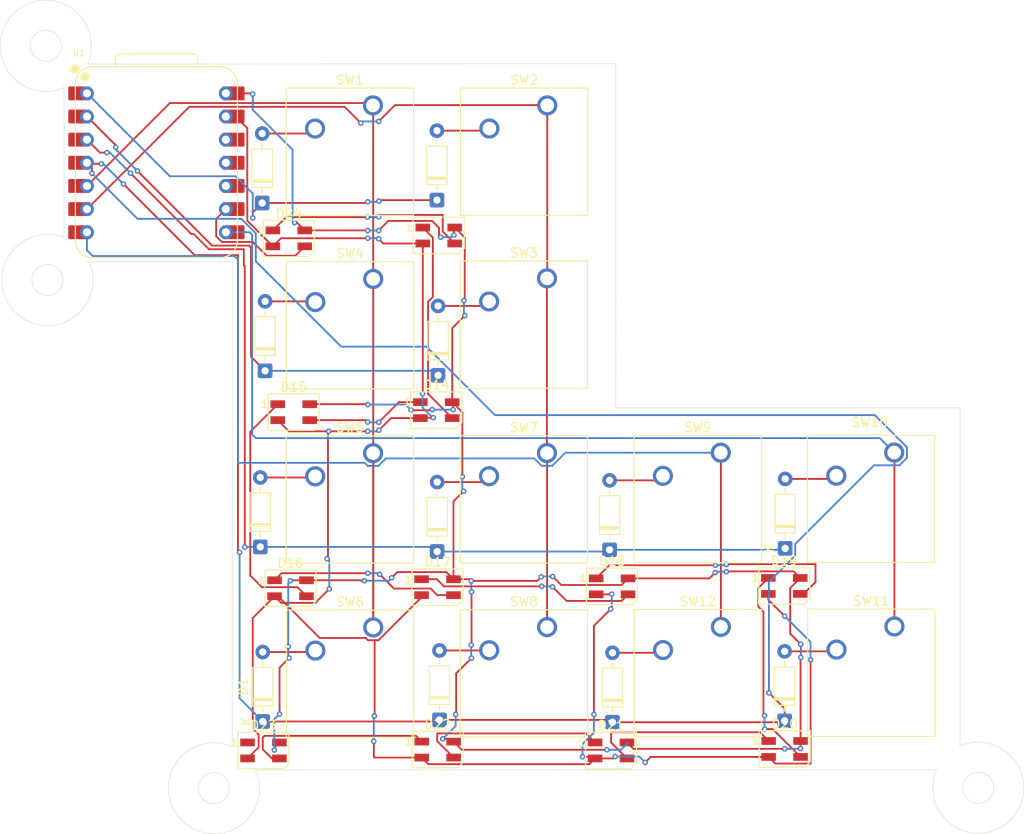
<source format=kicad_pcb>
(kicad_pcb (version 20241229) (generator "pcbnew") (generator_version "9.0")
  (layers (0 "F.Cu" signal) (2 "B.Cu" signal) (13 "F.Paste" user) (15 "B.Paste" user) (5 "F.SilkS" user "F.Silkscreen") (7 "B.SilkS" user "B.Silkscreen") (1 "F.Mask" user) (3 "B.Mask" user) (25 "Edge.Cuts" user))
  (net 0 "")
  (net 1 "Net-(D1-A)")
  (net 2 "row3")
  (net 3 "Net-(D2-A)")
  (net 4 "Net-(D3-A)")
  (net 5 "Net-(D4-A)")
  (net 6 "Net-(D5-A)")
  (net 7 "Net-(D6-A)")
  (net 8 "row2")
  (net 9 "Net-(D7-A)")
  (net 10 "Net-(D8-A)")
  (net 11 "row1")
  (net 12 "Net-(D9-A)")
  (net 13 "Net-(D10-A)")
  (net 14 "Net-(D11-A)")
  (net 15 "Net-(D12-A)")
  (net 16 "row4")
  (net 17 "+5V")
  (net 18 "Net-(D13-DOUT)")
  (net 19 "Net-(D13-DIN)")
  (net 20 "GND")
  (net 21 "Net-(D14-DOUT)")
  (net 22 "Net-(D15-DOUT)")
  (net 23 "Net-(D16-DOUT)")
  (net 24 "Net-(D17-DOUT)")
  (net 25 "Net-(D18-DOUT)")
  (net 26 "Net-(D19-DOUT)")
  (net 27 "Net-(D20-DOUT)")
  (net 28 "Net-(D21-DOUT)")
  (net 29 "Net-(D22-DOUT)")
  (net 31 "Net-(D24-DIN)")
  (net 32 "col1")
  (net 33 "col2")
  (net 34 "col3")
  (net 35 "col4")
  (footprint "Button_Switch_Keyboard:SW_Cherry_MX_1.00u_PCB" (layer "F.Cu") (at 142.385 91.4975)
    (property "Reference" "SW8")
    (property "Value" "SW_Push")
  )
  (footprint "LED_SMD:LED_SK6812MINI_PLCC4_3.5x3.5mm_P1.75mm" (layer "F.Cu") (at 149.402 105.028)
    (property "Reference" "D21")
    (property "Value" "SK6812MINI")
  )
  (footprint "Diode_THT:D_DO-35_SOD27_P7.62mm_Horizontal" (layer "F.Cu") (at 130.426 63.8815 90)
    (property "Reference" "D10" (hide yes))
    (property "Value" "1N4148")
  )
  (footprint "Button_Switch_Keyboard:SW_Cherry_MX_1.00u_PCB" (layer "F.Cu") (at 161.454 91.4725)
    (property "Reference" "SW12")
    (property "Value" "SW_Push")
  )
  (footprint "Button_Switch_Keyboard:SW_Cherry_MX_1.00u_PCB" (layer "F.Cu") (at 123.279 34.2605)
    (property "Reference" "SW1")
    (property "Value" "SW_Push")
  )
  (footprint "Button_Switch_Keyboard:SW_Cherry_MX_1.00u_PCB" (layer "F.Cu") (at 123.307 53.2975)
    (property "Reference" "SW4")
    (property "Value" "SW_Push")
  )
  (footprint "Diode_THT:D_DO-35_SOD27_P7.62mm_Horizontal" (layer "F.Cu") (at 111.448 63.3765 90)
    (property "Reference" "D7" (hide yes))
    (property "Value" "1N4148")
  )
  (footprint "Button_Switch_Keyboard:SW_Cherry_MX_1.00u_PCB" (layer "F.Cu") (at 180.467 72.3445)
    (property "Reference" "SW10")
    (property "Value" "SW_Push")
  )
  (footprint "Diode_THT:D_DO-35_SOD27_P7.62mm_Horizontal" (layer "F.Cu") (at 149.558 101.9315 90)
    (property "Reference" "D5" (hide yes))
    (property "Value" "1N4148")
  )
  (footprint "Button_Switch_Keyboard:SW_Cherry_MX_1.00u_PCB" (layer "F.Cu") (at 161.444 72.3625)
    (property "Reference" "SW9")
    (property "Value" "SW_Push")
  )
  (footprint "Diode_THT:D_DO-35_SOD27_P7.62mm_Horizontal" (layer "F.Cu") (at 168.509 82.8595 90)
    (property "Reference" "D11" (hide yes))
    (property "Value" "1N4148")
  )
  (footprint "Diode_THT:D_DO-35_SOD27_P7.62mm_Horizontal" (layer "F.Cu") (at 111.191 101.8515 90)
    (property "Reference" "D1")
    (property "Value" "1N4148")
  )
  (footprint "LED_SMD:LED_SK6812MINI_PLCC4_3.5x3.5mm_P1.75mm" (layer "F.Cu") (at 111.269 105.029)
    (property "Reference" "D23")
    (property "Value" "SK6812MINI")
  )
  (footprint "LED_SMD:LED_SK6812MINI_PLCC4_3.5x3.5mm_P1.75mm" (layer "F.Cu") (at 168.406 86.981)
    (property "Reference" "D19")
    (property "Value" "SK6812MINI")
  )
  (footprint "LED_SMD:LED_SK6812MINI_PLCC4_3.5x3.5mm_P1.75mm" (layer "F.Cu") (at 130.228 67.689)
    (property "Reference" "D14")
    (property "Value" "SK6812MINI")
  )
  (footprint "Diode_THT:D_DO-35_SOD27_P7.62mm_Horizontal" (layer "F.Cu") (at 149.243 83.0165 90)
    (property "Reference" "D6" (hide yes))
    (property "Value" "1N4148")
  )
  (footprint "Diode_THT:D_DO-35_SOD27_P7.62mm_Horizontal" (layer "F.Cu") (at 130.328 83.2055 90)
    (property "Reference" "D4" (hide yes))
    (property "Value" "1N4148")
  )
  (footprint "LED_SMD:LED_SK6812MINI_PLCC4_3.5x3.5mm_P1.75mm" (layer "F.Cu") (at 114.235 87.233)
    (property "Reference" "D16")
    (property "Value" "SK6812MINI")
  )
  (footprint "LED_SMD:LED_SK6812MINI_PLCC4_3.5x3.5mm_P1.75mm" (layer "F.Cu") (at 114.047 48.848)
    (property "Reference" "D24")
    (property "Value" "SK6812MINI")
  )
  (footprint "Diode_THT:D_DO-35_SOD27_P7.62mm_Horizontal" (layer "F.Cu") (at 130.58 101.6795 90)
    (property "Reference" "D3" (hide yes))
    (property "Value" "1N4148")
  )
  (footprint "Diode_THT:D_DO-35_SOD27_P7.62mm_Horizontal" (layer "F.Cu") (at 130.3 44.6505 90)
    (property "Reference" "D9" (hide yes))
    (property "Value" "1N4148")
  )
  (footprint "Button_Switch_Keyboard:SW_Cherry_MX_1.00u_PCB" (layer "F.Cu") (at 123.313 91.5335)
    (property "Reference" "SW6")
    (property "Value" "SW_Push")
  )
  (footprint "Diode_THT:D_DO-35_SOD27_P7.62mm_Horizontal" (layer "F.Cu") (at 111.133 44.9665 90)
    (property "Reference" "D8" (hide yes))
    (property "Value" "1N4148")
  )
  (footprint "Diode_THT:D_DO-35_SOD27_P7.62mm_Horizontal" (layer "F.Cu") (at 168.446 101.7745 90)
    (property "Reference" "D12" (hide yes))
    (property "Value" "1N4148")
  )
  (footprint "Button_Switch_Keyboard:SW_Cherry_MX_1.00u_PCB" (layer "F.Cu") (at 180.49 91.4265)
    (property "Reference" "SW11")
    (property "Value" "SW_Push")
  )
  (footprint "Button_Switch_Keyboard:SW_Cherry_MX_1.00u_PCB" (layer "F.Cu") (at 142.404 34.259)
    (property "Reference" "SW2")
    (property "Value" "SW_Push")
  )
  (footprint "lib2:XIAO-RP2040-DIP" (layer "F.Cu") (at 99.523 40.557)
    (property "Reference" "U1")
    (property "Value" "XIAO-RP2040-DIP")
  )
  (footprint "LED_SMD:LED_SK6812MINI_PLCC4_3.5x3.5mm_P1.75mm" (layer "F.Cu") (at 130.384 104.934)
    (property "Reference" "D22")
    (property "Value" "SK6812MINI")
  )
  (footprint "LED_SMD:LED_SK6812MINI_PLCC4_3.5x3.5mm_P1.75mm" (layer "F.Cu") (at 168.443 104.864)
    (property "Reference" "D20")
    (property "Value" "SK6812MINI")
  )
  (footprint "Button_Switch_Keyboard:SW_Cherry_MX_1.00u_PCB" (layer "F.Cu") (at 142.37 72.3985)
    (property "Reference" "SW7")
    (property "Value" "SW_Push")
  )
  (footprint "Diode_THT:D_DO-35_SOD27_P7.62mm_Horizontal" (layer "F.Cu") (at 110.919 82.7005 90)
    (property "Reference" "D2" (hide yes))
    (property "Value" "1N4148")
  )
  (footprint "LED_SMD:LED_SK6812MINI_PLCC4_3.5x3.5mm_P1.75mm" (layer "F.Cu") (at 130.364 87.116)
    (property "Reference" "D17")
    (property "Value" "SK6812MINI")
  )
  (footprint "LED_SMD:LED_SK6812MINI_PLCC4_3.5x3.5mm_P1.75mm" (layer "F.Cu") (at 114.588 67.915)
    (property "Reference" "D15")
    (property "Value" "SK6812MINI")
  )
  (footprint "LED_SMD:LED_SK6812MINI_PLCC4_3.5x3.5mm_P1.75mm" (layer "F.Cu") (at 130.499 48.533)
    (property "Reference" "D13" (hide yes))
    (property "Value" "SK6812MINI")
  )
  (footprint "Button_Switch_Keyboard:SW_Cherry_MX_1.00u_PCB" (layer "F.Cu") (at 142.377 53.2325)
    (property "Reference" "SW3")
    (property "Value" "SW_Push")
  )
  (footprint "LED_SMD:LED_SK6812MINI_PLCC4_3.5x3.5mm_P1.75mm" (layer "F.Cu") (at 149.52 87.026)
    (property "Reference" "D18")
    (property "Value" "SK6812MINI")
  )
  (footprint "Button_Switch_Keyboard:SW_Cherry_MX_1.00u_PCB" (layer "F.Cu") (at 123.297 72.4115)
    (property "Reference" "SW5")
    (property "Value" "SW_Push")
  )
  (gr_line (start 89.389 32.721) (end 89.390312 32.303003) (stroke (width 0.05)) (layer "Edge.Cuts"))
  (gr_line (start 187.688739 104.547115) (end 187.689 104.124) (stroke (width 0.05)) (layer "Edge.Cuts"))
  (gr_arc (start 110.41 107.168) (mid 102.309455 112.713218) (end 107.834765 104.599081) (stroke (width 0.05)) (layer "Edge.Cuts"))
  (gr_circle (center 105.837 109.177) (end 107.537 109.177) (stroke (width 0.05)) (fill no) (layer "Edge.Cuts"))
  (gr_line (start 149.929 67.44) (end 187.689 67.44) (stroke (width 0.05)) (layer "Edge.Cuts"))
  (gr_line (start 149.922 29.683) (end 149.929 67.44) (stroke (width 0.05)) (layer "Edge.Cuts"))
  (gr_line (start 110.410105 107.168242) (end 110.835 107.168) (stroke (width 0.05)) (layer "Edge.Cuts"))
  (gr_arc (start 89.390312 32.303003) (mid 83.851771 24.187162) (end 91.97292 29.717916) (stroke (width 0.05)) (layer "Edge.Cuts"))
  (gr_line (start 92.389 29.721) (end 149.922 29.683) (stroke (width 0.05)) (layer "Edge.Cuts"))
  (gr_line (start 187.689 104.124) (end 187.689 67.44) (stroke (width 0.05)) (layer "Edge.Cuts"))
  (gr_circle (center 87.567 53.416) (end 89.012 54.311) (stroke (width 0.05)) (fill no) (layer "Edge.Cuts"))
  (gr_line (start 107.835 104.167) (end 107.869 51.416) (stroke (width 0.05)) (layer "Edge.Cuts"))
  (gr_line (start 184.689 107.126) (end 110.835 107.168) (stroke (width 0.05)) (layer "Edge.Cuts"))
  (gr_line (start 92.568 51.416) (end 92.149462 51.416237) (stroke (width 0.05)) (layer "Edge.Cuts"))
  (gr_line (start 92.389 29.721) (end 91.97292 29.721275) (stroke (width 0.05)) (layer "Edge.Cuts"))
  (gr_circle (center 87.389 27.721) (end 88.901 28.499) (stroke (width 0.05)) (fill no) (layer "Edge.Cuts"))
  (gr_line (start 185.110001 107.126) (end 184.689 107.126) (stroke (width 0.05)) (layer "Edge.Cuts"))
  (gr_line (start 92.568 51.416) (end 107.869 51.416) (stroke (width 0.05)) (layer "Edge.Cuts"))
  (gr_circle (center 189.689 109.126) (end 190.856 110.362) (stroke (width 0.05)) (fill no) (layer "Edge.Cuts"))
  (gr_arc (start 187.688739 104.547114) (mid 193.222317 112.659116) (end 185.11 107.126) (stroke (width 0.05)) (layer "Edge.Cuts"))
  (gr_line (start 89.389 32.721) (end 89.388997 48.76) (stroke (width 0.05)) (layer "Edge.Cuts"))
  (gr_line (start 107.835 104.167) (end 107.834721 104.599063) (stroke (width 0.05)) (layer "Edge.Cuts"))
  (gr_arc (start 92.149462 51.416235) (mid 84.100275 57.018754) (end 89.389 48.76) (stroke (width 0.05)) (layer "Edge.Cuts"))
  (segment (start 116.805 94.2315) (end 116.963 94.0735) (width 0.2) (layer "F.Cu") (net 1))
  (segment (start 111.191 94.2315) (end 116.805 94.2315) (width 0.2) (layer "F.Cu") (net 1))
  (segment (start 105.289 50.042) (end 103.623 48.376) (width 0.2) (layer "F.Cu") (net 2))
  (segment (start 109.112 50.042) (end 105.289 50.042) (width 0.2) (layer "F.Cu") (net 2))
  (segment (start 109.218 51.915058) (end 109.112 51.809058) (width 0.2) (layer "F.Cu") (net 2))
  (segment (start 103.623 48.376) (end 103.35744 48.376) (width 0.2) (layer "F.Cu") (net 2))
  (segment (start 103.35744 48.376) (end 96.686878 41.705438) (width 0.2) (layer "F.Cu") (net 2))
  (segment (start 93.328 39.442) (end 91.903 38.017) (width 0.2) (layer "F.Cu") (net 2))
  (segment (start 94.087 39.442) (end 93.328 39.442) (width 0.2) (layer "F.Cu") (net 2))
  (segment (start 109.218 82.728) (end 109.218 51.915058) (width 0.2) (layer "F.Cu") (net 2))
  (segment (start 109.112 51.809058) (end 109.112 50.042) (width 0.2) (layer "F.Cu") (net 2))
  (via (at 109.218 82.728) (size 0.6) (drill 0.3) (layers "F.Cu" "B.Cu") (net 2))
  (via (at 96.686878 41.705438) (size 0.6) (drill 0.3) (layers "F.Cu" "B.Cu") (net 2))
  (via (at 94.087 39.442) (size 0.6) (drill 0.3) (layers "F.Cu" "B.Cu") (net 2))
  (segment (start 129.823 82.7005) (end 130.328 83.2055) (width 0.2) (layer "B.Cu") (net 2))
  (segment (start 109.2455 82.7005) (end 109.218 82.728) (width 0.2) (layer "B.Cu") (net 2))
  (segment (start 130.328 83.2055) (end 149.054 83.2055) (width 0.2) (layer "B.Cu") (net 2))
  (segment (start 96.686878 41.705438) (end 94.42344 39.442) (width 0.2) (layer "B.Cu") (net 2))
  (segment (start 110.919 82.7005) (end 129.823 82.7005) (width 0.2) (layer "B.Cu") (net 2))
  (segment (start 94.42344 39.442) (end 94.087 39.442) (width 0.2) (layer "B.Cu") (net 2))
  (segment (start 149.243 83.0165) (end 168.352 83.0165) (width 0.2) (layer "B.Cu") (net 2))
  (segment (start 149.054 83.2055) (end 149.243 83.0165) (width 0.2) (layer "B.Cu") (net 2))
  (segment (start 110.919 82.7005) (end 109.2455 82.7005) (width 0.2) (layer "B.Cu") (net 2))
  (segment (start 168.352 83.0165) (end 168.509 82.8595) (width 0.2) (layer "B.Cu") (net 2))
  (segment (start 110.919 75.0805) (end 116.818 75.0805) (width 0.2) (layer "F.Cu") (net 3))
  (segment (start 116.818 75.0805) (end 116.947 74.9515) (width 0.2) (layer "F.Cu") (net 3))
  (segment (start 136.013 94.0595) (end 136.035 94.0375) (width 0.2) (layer "F.Cu") (net 4))
  (segment (start 130.58 94.0595) (end 136.013 94.0595) (width 0.2) (layer "F.Cu") (net 4))
  (segment (start 135.373 75.5855) (end 136.02 74.9385) (width 0.2) (layer "F.Cu") (net 5))
  (segment (start 130.328 75.5855) (end 135.373 75.5855) (width 0.2) (layer "F.Cu") (net 5))
  (segment (start 154.805 94.3115) (end 155.104 94.0125) (width 0.2) (layer "F.Cu") (net 6))
  (segment (start 149.558 94.3115) (end 154.805 94.3115) (width 0.2) (layer "F.Cu") (net 6))
  (segment (start 149.243 75.3965) (end 154.6 75.3965) (width 0.2) (layer "F.Cu") (net 7))
  (segment (start 154.6 75.3965) (end 155.094 74.9025) (width 0.2) (layer "F.Cu") (net 7))
  (segment (start 95.058 38.632) (end 91.903 35.477) (width 0.2) (layer "F.Cu") (net 8))
  (segment (start 105.632 49.641) (end 109.69 49.641) (width 0.2) (layer "F.Cu") (net 8))
  (segment (start 109.898 61.8265) (end 111.448 63.3765) (width 0.2) (layer "F.Cu") (net 8))
  (segment (start 95.058 38.842) (end 95.058 38.632) (width 0.2) (layer "F.Cu") (net 8))
  (segment (start 109.898 49.849) (end 109.898 61.8265) (width 0.2) (layer "F.Cu") (net 8))
  (segment (start 97.447 41.456) (end 105.632 49.641) (width 0.2) (layer "F.Cu") (net 8))
  (segment (start 109.69 49.641) (end 109.898 49.849) (width 0.2) (layer "F.Cu") (net 8))
  (via (at 97.447 41.456) (size 0.6) (drill 0.3) (layers "F.Cu" "B.Cu") (net 8))
  (via (at 95.058 38.842) (size 0.6) (drill 0.3) (layers "F.Cu" "B.Cu") (net 8))
  (segment (start 95.058 39.067) (end 97.447 41.456) (width 0.2) (layer "B.Cu") (net 8))
  (segment (start 95.058 38.842) (end 95.058 39.067) (width 0.2) (layer "B.Cu") (net 8))
  (segment (start 129.921 63.3765) (end 130.426 63.8815) (width 0.2) (layer "B.Cu") (net 8))
  (segment (start 111.448 63.3765) (end 129.921 63.3765) (width 0.2) (layer "B.Cu") (net 8))
  (segment (start 111.448 55.7565) (end 116.876 55.7565) (width 0.2) (layer "F.Cu") (net 9))
  (segment (start 116.876 55.7565) (end 116.957 55.8375) (width 0.2) (layer "F.Cu") (net 9))
  (segment (start 116.383 37.3465) (end 116.929 36.8005) (width 0.2) (layer "F.Cu") (net 10))
  (segment (start 111.133 37.3465) (end 116.383 37.3465) (width 0.2) (layer "F.Cu") (net 10))
  (segment (start 123.925 44.755) (end 124.0295 44.6505) (width 0.2) (layer "F.Cu") (net 11))
  (segment (start 122.5795 44.9665) (end 122.707 44.839) (width 0.2) (layer "F.Cu") (net 11))
  (segment (start 110.095 46.613) (end 110.095 46.0045) (width 0.2) (layer "F.Cu") (net 11))
  (segment (start 111.133 44.9665) (end 122.5795 44.9665) (width 0.2) (layer "F.Cu") (net 11))
  (segment (start 124.0295 44.6505) (end 130.3 44.6505) (width 0.2) (layer "F.Cu") (net 11))
  (segment (start 110.095 46.0045) (end 111.133 44.9665) (width 0.2) (layer "F.Cu") (net 11))
  (via (at 123.925 44.755) (size 0.6) (drill 0.3) (layers "F.Cu" "B.Cu") (net 11))
  (via (at 122.707 44.839) (size 0.6) (drill 0.3) (layers "F.Cu" "B.Cu") (net 11))
  (via (at 110.095 46.613) (size 0.6) (drill 0.3) (layers "F.Cu" "B.Cu") (net 11))
  (segment (start 110.095 43.9285) (end 110.095 46.613) (width 0.2) (layer "B.Cu") (net 11))
  (segment (start 101 42.034) (end 108.2005 42.034) (width 0.2) (layer "B.Cu") (net 11))
  (segment (start 123.841 44.839) (end 123.925 44.755) (width 0.2) (layer "B.Cu") (net 11))
  (segment (start 108.2005 42.034) (end 110.095 43.9285) (width 0.2) (layer "B.Cu") (net 11))
  (segment (start 122.707 44.839) (end 123.841 44.839) (width 0.2) (layer "B.Cu") (net 11))
  (segment (start 101 42.034) (end 91.903 32.937) (width 0.2) (layer "B.Cu") (net 11))
  (segment (start 130.3 37.0305) (end 135.5475 37.0305) (width 0.2) (layer "F.Cu") (net 12))
  (segment (start 130.426 56.2615) (end 135.538 56.2615) (width 0.2) (layer "F.Cu") (net 13))
  (segment (start 135.538 56.2615) (end 136.027 55.7725) (width 0.2) (layer "F.Cu") (net 13))
  (segment (start 168.509 75.2395) (end 173.762 75.2395) (width 0.2) (layer "F.Cu") (net 14))
  (segment (start 173.762 75.2395) (end 174.117 74.8845) (width 0.2) (layer "F.Cu") (net 14))
  (segment (start 173.952 94.1545) (end 174.14 93.9665) (width 0.2) (layer "F.Cu") (net 15))
  (segment (start 168.446 94.1545) (end 173.952 94.1545) (width 0.2) (layer "F.Cu") (net 15))
  (segment (start 92.015735 40.669735) (end 91.903 40.557) (width 0.2) (layer "F.Cu") (net 16))
  (segment (start 92.446735 41.704735) (end 92.446735 41.100735) (width 0.2) (layer "F.Cu") (net 16))
  (segment (start 108.470124 83.11148) (end 108.470124 50.681124) (width 0.2) (layer "F.Cu") (net 16))
  (segment (start 108.470124 50.681124) (end 103.703124 50.681124) (width 0.2) (layer "F.Cu") (net 16))
  (segment (start 93.481735 40.669735) (end 92.015735 40.669735) (width 0.2) (layer "F.Cu") (net 16))
  (segment (start 130.408 101.8515) (end 130.58 101.6795) (width 0.2) (layer "F.Cu") (net 16))
  (segment (start 168.446 101.7745) (end 168.446 100.435) (width 0.2) (layer "F.Cu") (net 16))
  (segment (start 168.289 101.9315) (end 168.446 101.7745) (width 0.2) (layer "F.Cu") (net 16))
  (segment (start 130.58 101.6795) (end 149.306 101.6795) (width 0.2) (layer "F.Cu") (net 16))
  (segment (start 168.446 100.435) (end 166.721 98.71) (width 0.2) (layer "F.Cu") (net 16))
  (segment (start 149.558 101.9315) (end 168.289 101.9315) (width 0.2) (layer "F.Cu") (net 16))
  (segment (start 103.703124 50.681124) (end 95.912 42.89) (width 0.2) (layer "F.Cu") (net 16))
  (segment (start 108.649562 83.290918) (end 108.470124 83.11148) (width 0.2) (layer "F.Cu") (net 16))
  (segment (start 92.446735 41.100735) (end 91.903 40.557) (width 0.2) (layer "F.Cu") (net 16))
  (segment (start 149.306 101.6795) (end 149.558 101.9315) (width 0.2) (layer "F.Cu") (net 16))
  (segment (start 111.191 101.8515) (end 130.408 101.8515) (width 0.2) (layer "F.Cu") (net 16))
  (via (at 166.721 98.71) (size 0.6) (drill 0.3) (layers "F.Cu" "B.Cu") (net 16))
  (via (at 93.481735 40.669735) (size 0.6) (drill 0.3) (layers "F.Cu" "B.Cu") (net 16))
  (via (at 92.446735 41.704735) (size 0.6) (drill 0.3) (layers "F.Cu" "B.Cu") (net 16))
  (via (at 95.912 42.89) (size 0.6) (drill 0.3) (layers "F.Cu" "B.Cu") (net 16))
  (via (at 108.649562 83.290918) (size 0.6) (drill 0.3) (layers "F.Cu" "B.Cu") (net 16))
  (segment (start 97.442 46.7) (end 92.446735 41.704735) (width 0.2) (layer "B.Cu") (net 16))
  (segment (start 178.343812 68.239998) (end 136.670658 68.239998) (width 0.2) (layer "B.Cu") (net 16))
  (segment (start 181.047314 73.7455) (end 181.868 72.924814) (width 0.2) (layer "B.Cu") (net 16))
  (segment (start 136.670658 68.239998) (end 129.15916 60.7285) (width 0.2) (layer "B.Cu") (net 16))
  (segment (start 166.721 98.71) (end 166.721 86.53366) (width 0.2) (layer "B.Cu") (net 16))
  (segment (start 108.8431 46.7) (end 97.442 46.7) (width 0.2) (layer "B.Cu") (net 16))
  (segment (start 178.245314 73.7455) (end 181.047314 73.7455) (width 0.2) (layer "B.Cu") (net 16))
  (segment (start 169.61 83.64466) (end 169.61 82.380814) (width 0.2) (layer "B.Cu") (net 16))
  (segment (start 181.868 71.764186) (end 178.343812 68.239998) (width 0.2) (layer "B.Cu") (net 16))
  (segment (start 169.61 82.380814) (end 178.245314 73.7455) (width 0.2) (layer "B.Cu") (net 16))
  (segment (start 93.691735 40.669735) (end 93.481735 40.669735) (width 0.2) (layer "B.Cu") (net 16))
  (segment (start 110.427 51.362316) (end 110.427 48.2839) (width 0.2) (layer "B.Cu") (net 16))
  (segment (start 129.15916 60.7285) (end 119.793184 60.7285) (width 0.2) (layer "B.Cu") (net 16))
  (segment (start 166.721 86.53366) (end 169.61 83.64466) (width 0.2) (layer "B.Cu") (net 16))
  (segment (start 181.868 72.924814) (end 181.868 71.764186) (width 0.2) (layer "B.Cu") (net 16))
  (segment (start 95.912 42.89) (end 93.691735 40.669735) (width 0.2) (layer "B.Cu") (net 16))
  (segment (start 111.191 101.8515) (end 108.649562 99.310062) (width 0.2) (layer "B.Cu") (net 16))
  (segment (start 108.649562 99.310062) (end 108.649562 83.290918) (width 0.2) (layer "B.Cu") (net 16))
  (segment (start 119.793184 60.7285) (end 110.427 51.362316) (width 0.2) (layer "B.Cu") (net 16))
  (segment (start 110.427 48.2839) (end 108.8431 46.7) (width 0.2) (layer "B.Cu") (net 16))
  (segment (start 113.034 95.935) (end 113.034 101.07) (width 0.2) (layer "F.Cu") (net 17))
  (segment (start 160.188398 86.151) (end 151.27 86.151) (width 0.2) (layer "F.Cu") (net 17))
  (segment (start 133.35 48.759) (end 133.35 55.5725) (width 0.2) (layer "F.Cu") (net 17))
  (segment (start 110.079 33.021) (end 109.995 32.937) (width 0.2) (layer "F.Cu") (net 17))
  (segment (start 151.850673 104.851673) (end 167.734751 104.851673) (width 0.2) (layer "F.Cu") (net 17))
  (segment (start 134.093 94.89) (end 132.41 96.573) (width 0.2) (layer "F.Cu") (net 17))
  (segment (start 151.27 86.151) (end 150.544 86.877) (width 0.2) (layer "F.Cu") (net 17))
  (segment (start 129.553944 67.631) (end 129.794 67.631) (width 0.2) (layer "F.Cu") (net 17))
  (segment (start 150.544 86.877) (end 143.935 86.877) (width 0.2) (layer "F.Cu") (net 17))
  (segment (start 133.35 55.5725) (end 133.261 55.6615) (width 0.2) (layer "F.Cu") (net 17))
  (segment (start 133.361 57.313) (end 131.978 58.696) (width 0.2) (layer "F.Cu") (net 17))
  (segment (start 170.208 93.377) (end 169.055 92.224) (width 0.2) (layer "F.Cu") (net 17))
  (segment (start 132.134 104.059) (end 133.031 104.956) (width 0.2) (layer "F.Cu") (net 17))
  (segment (start 170.156 86.106) (end 169.43 85.38) (width 0.2) (layer "F.Cu") (net 17))
  (segment (start 133.221 76.59) (end 132.114 77.697) (width 0.2) (layer "F.Cu") (net 17))
  (segment (start 141.741 85.985) (end 141.301 86.425) (width 0.2) (layer "F.Cu") (net 17))
  (segment (start 170.182 104.813998) (end 170.182 104) (width 0.2) (layer "F.Cu") (net 17))
  (segment (start 132.08 66.916) (end 131.978 66.814) (width 0.2) (layer "F.Cu") (net 17))
  (segment (start 122.008 86.406) (end 121.96 86.358) (width 0.2) (layer "F.Cu") (net 17))
  (segment (start 132.114 86.241) (end 131.337 85.464) (width 0.2) (layer "F.Cu") (net 17))
  (segment (start 123.907 47.99) (end 124.965 46.932) (width 0.2) (layer "F.Cu") (net 17))
  (segment (start 151.152 104.153) (end 151.850673 104.851673) (width 0.2) (layer "F.Cu") (net 17))
  (segment (start 114.943 47.119) (end 115.797 47.973) (width 0.2) (layer "F.Cu") (net 17))
  (segment (start 132.41 101.0795) (end 132.353 101.0795) (width 0.2) (layer "F.Cu") (net 17))
  (segment (start 132.08 67.638998) (end 132.08 66.916) (width 0.2) (layer "F.Cu") (net 17))
  (segment (start 115.797 47.973) (end 122.69 47.973) (width 0.2) (layer "F.Cu") (net 17))
  (segment (start 130.935528 103.762) (end 131.837 103.762) (width 0.2) (layer "F.Cu") (net 17))
  (segment (start 113.034 101.042) (end 113.031 101.039) (width 0.2) (layer "F.Cu") (net 17))
  (segment (start 124.965 46.932) (end 129.769 46.932) (width 0.2) (layer "F.Cu") (net 17))
  (segment (start 115.985 86.358) (end 114.264 86.358) (width 0.2) (layer "F.Cu") (net 17))
  (segment (start 109.995 32.937) (end 107.143 32.937) (width 0.2) (layer "F.Cu") (net 17))
  (segment (start 170.193 103.989) (end 170.193 94.854) (width 0.2) (layer "F.Cu") (net 17))
  (segment (start 114.687 47.119) (end 114.943 47.119) (width 0.2) (layer "F.Cu") (net 17))
  (segment (start 131.978 58.696) (end 131.978 66.814) (width 0.2) (layer "F.Cu") (net 17))
  (segment (start 130.532 48.539529) (end 130.712908 48.720437) (width 0.2) (layer "F.Cu") (net 17))
  (segment (start 114.264 86.358) (end 114.22 86.402) (width 0.2) (layer "F.Cu") (net 17))
  (segment (start 134.093 93.4295) (end 134.063 93.4595) (width 0.2) (layer "F.Cu") (net 17))
  (segment (start 129.769 46.932) (end 130.532 47.695) (width 0.2) (layer "F.Cu") (net 17))
  (segment (start 127.460054 67.689001) (end 127.472053 67.701) (width 0.2) (layer "F.Cu") (net 17))
  (segment (start 132.249 47.658) (end 133.35 48.759) (width 0.2) (layer "F.Cu") (net 17))
  (segment (start 169.055 92.224) (end 169.055 87.207) (width 0.2) (layer "F.Cu") (net 17))
  (segment (start 131.837 103.762) (end 132.134 104.059) (width 0.2) (layer "F.Cu") (net 17))
  (segment (start 127.472053 67.701) (end 129.483944 67.701) (width 0.2) (layer "F.Cu") (net 17))
  (segment (start 112.463 104.978998) (end 112.463 104.71) (width 0.2) (layer "F.Cu") (net 17))
  (segment (start 130.532 47.695) (end 130.532 48.539529) (width 0.2) (layer "F.Cu") (net 17))
  (segment (start 167.734751 104.851673) (end 168.455327 104.851673) (width 0.2) (layer "F.Cu") (net 17))
  (segment (start 116.338 67.04) (end 122.673 67.04) (width 0.2) (layer "F.Cu") (net 17))
  (segment (start 131.337 85.464) (end 125.955 85.464) (width 0.2) (layer "F.Cu") (net 17))
  (segment (start 170.193 94.854) (end 170.228 94.819) (width 0.2) (layer "F.Cu") (net 17))
  (segment (start 162.098 85.38) (end 162.054 85.424) (width 0.2) (layer "F.Cu") (net 17))
  (segment (start 170.182 104) (end 170.193 103.989) (width 0.2) (layer "F.Cu") (net 17))
  (segment (start 129.483944 67.701) (end 129.495945 67.688999) (width 0.2) (layer "F.Cu") (net 17))
  (segment (start 133.031 104.956) (end 148.952 104.956) (width 0.2) (layer "F.Cu") (net 17))
  (segment (start 143.935 86.877) (end 143.003 85.945) (width 0.2) (layer "F.Cu") (net 17))
  (segment (start 122.69 47.973) (end 122.707 47.99) (width 0.2) (layer "F.Cu") (net 17))
  (segment (start 121.96 86.358) (end 115.985 86.358) (width 0.2) (layer "F.Cu") (net 17))
  (segment (start 133.879 86.241) (end 134.063 86.425) (width 0.2) (layer "F.Cu") (net 17))
  (segment (start 132.114 77.697) (end 132.114 86.241) (width 0.2) (layer "F.Cu") (net 17))
  (segment (start 133.086 67.922) (end 133.086 74.9855) (width 0.2) (layer "F.Cu") (net 17))
  (segment (start 131.978 66.814) (end 133.086 67.922) (width 0.2) (layer "F.Cu") (net 17))
  (segment (start 122.329 86.406) (end 122.008 86.406) (width 0.2) (layer "F.Cu") (net 17))
  (segment (start 132.41 96.573) (end 132.41 101.0795) (width 0.2) (layer "F.Cu") (net 17))
  (segment (start 113.034 101.07) (end 113.034 101.042) (width 0.2) (layer "F.Cu") (net 17))
  (segment (start 129.495945 67.688999) (end 129.553944 67.631) (width 0.2) (layer "F.Cu") (net 17))
  (segment (start 132.114 86.241) (end 133.879 86.241) (width 0.2) (layer "F.Cu") (net 17))
  (segment (start 168.455327 104.851673) (end 168.456235 104.850765) (width 0.2) (layer "F.Cu") (net 17))
  (segment (start 141.301 86.425) (end 134.063 86.425) (width 0.2) (layer "F.Cu") (net 17))
  (segment (start 114.076 94.893) (end 113.034 95.935) (width 0.2) (layer "F.Cu") (net 17))
  (segment (start 169.055 87.207) (end 170.156 86.106) (width 0.2) (layer "F.Cu") (net 17))
  (segment (start 132.166264 48.476734) (end 132.166264 47.740736) (width 0.2) (layer "F.Cu") (net 17))
  (segment (start 134.093 87.625) (end 134.093 93.4295) (width 0.2) (layer "F.Cu") (net 17))
  (segment (start 112.463 104.71) (end 113.019 104.154) (width 0.2) (layer "F.Cu") (net 17))
  (segment (start 114.106 93.5115) (end 113.986 93.6315) (width 0.2) (layer "F.Cu") (net 17))
  (segment (start 160.827824 85.511574) (end 160.188398 86.151) (width 0.2) (layer "F.Cu") (net 17))
  (segment (start 169.43 85.38) (end 162.098 85.38) (width 0.2) (layer "F.Cu") (net 17))
  (segment (start 125.955 85.464) (end 125.334 86.085) (width 0.2) (layer "F.Cu") (net 17))
  (segment (start 122.673 67.04) (end 122.713 67.08) (width 0.2) (layer "F.Cu") (net 17))
  (via (at 127.460054 67.689001) (size 0.6) (drill 0.3) (layers "F.Cu" "B.Cu") (net 17))
  (via (at 125.334 86.085) (size 0.6) (drill 0.3) (layers "F.Cu" "B.Cu") (net 17))
  (via (at 170.208 93.377) (size 0.6) (drill 0.3) (layers "F.Cu" "B.Cu") (net 17))
  (via (at 110.079 33.021) (size 0.6) (drill 0.3) (layers "F.Cu" "B.Cu") (net 17))
  (via (at 134.063 86.425) (size 0.6) (drill 0.3) (layers "F.Cu" "B.Cu") (net 17))
  (via (at 114.22 86.402) (size 0.6) (drill 0.3) (layers "F.Cu" "B.Cu") (net 17))
  (via (at 114.687 47.119) (size 0.6) (drill 0.3) (layers "F.Cu" "B.Cu") (net 17))
  (via (at 114.076 94.893) (size 0.6) (drill 0.3) (layers "F.Cu" "B.Cu") (net 17))
  (via (at 134.093 94.89) (size 0.6) (drill 0.3) (layers "F.Cu" "B.Cu") (net 17))
  (via (at 113.986 93.6315) (size 0.6) (drill 0.3) (layers "F.Cu" "B.Cu") (net 17))
  (via (at 170.182 104.813998) (size 0.6) (drill 0.3) (layers "F.Cu" "B.Cu") (net 17))
  (via (at 134.063 93.4595) (size 0.6) (drill 0.3) (layers "F.Cu" "B.Cu") (net 17))
  (via (at 130.935528 103.762) (size 0.6) (drill 0.3) (layers "F.Cu" "B.Cu") (net 17))
  (via (at 134.093 87.625) (size 0.6) (drill 0.3) (layers "F.Cu" "B.Cu") (net 17))
  (via (at 132.08 67.638998) (size 0.6) (drill 0.3) (layers "F.Cu" "B.Cu") (net 17))
  (via (at 168.456235 104.850765) (size 0.6) (drill 0.3) (layers "F.Cu" "B.Cu") (net 17))
  (via (at 123.907 47.99) (size 0.6) (drill 0.3) (layers "F.Cu" "B.Cu") (net 17))
  (via (at 170.228 94.819) (size 0.6) (drill 0.3) (layers "F.Cu" "B.Cu") (net 17))
  (via (at 133.086 74.9855) (size 0.6) (drill 0.3) (layers "F.Cu" "B.Cu") (net 17))
  (via (at 129.794 67.631) (size 0.6) (drill 0.3) (layers "F.Cu" "B.Cu") (net 17))
  (via (at 132.166264 48.476734) (size 0.6) (drill 0.3) (layers "F.Cu" "B.Cu") (net 17))
  (via (at 141.741 85.985) (size 0.6) (drill 0.3) (layers "F.Cu" "B.Cu") (net 17))
  (via (at 148.952 104.956) (size 0.6) (drill 0.3) (layers "F.Cu" "B.Cu") (net 17))
  (via (at 122.707 47.99) (size 0.6) (drill 0.3) (layers "F.Cu" "B.Cu") (net 17))
  (via (at 133.361 57.313) (size 0.6) (drill 0.3) (layers "F.Cu" "B.Cu") (net 17))
  (via (at 133.221 76.59) (size 0.6) (drill 0.3) (layers "F.Cu" "B.Cu") (net 17))
  (via (at 122.329 86.406) (size 0.6) (drill 0.3) (layers "F.Cu" "B.Cu") (net 17))
  (via (at 132.353 101.0795) (size 0.6) (drill 0.3) (layers "F.Cu" "B.Cu") (net 17))
  (via (at 160.827824 85.511574) (size 0.6) (drill 0.3) (layers "F.Cu" "B.Cu") (net 17))
  (via (at 130.712908 48.720437) (size 0.6) (drill 0.3) (layers "F.Cu" "B.Cu") (net 17))
  (via (at 122.713 67.08) (size 0.6) (drill 0.3) (layers "F.Cu" "B.Cu") (net 17))
  (via (at 162.054 85.424) (size 0.6) (drill 0.3) (layers "F.Cu" "B.Cu") (net 17))
  (via (at 112.463 104.978998) (size 0.6) (drill 0.3) (layers "F.Cu" "B.Cu") (net 17))
  (via (at 133.261 55.6615) (size 0.6) (drill 0.3) (layers "F.Cu" "B.Cu") (net 17))
  (via (at 113.031 101.039) (size 0.6) (drill 0.3) (layers "F.Cu" "B.Cu") (net 17))
  (via (at 143.003 85.945) (size 0.6) (drill 0.3) (layers "F.Cu" "B.Cu") (net 17))
  (segment (start 114.458 46.89) (end 114.687 47.119) (width 0.2) (layer "B.Cu") (net 17))
  (segment (start 134.063 87.595) (end 134.093 87.625) (width 0.2) (layer "B.Cu") (net 17))
  (segment (start 148.952 104.956) (end 150.498 104.956) (width 0.2) (layer "B.Cu") (net 17))
  (segment (start 131.922561 48.720437) (end 132.166264 48.476734) (width 0.2) (layer "B.Cu") (net 17))
  (segment (start 114.458 39.11445) (end 110.101 34.75745) (width 0.2) (layer "B.Cu") (net 17))
  (segment (start 125.013 86.406) (end 122.329 86.406) (width 0.2) (layer "B.Cu") (net 17))
  (segment (start 132.353 101.0795) (end 132.353 102.344528) (width 0.2) (layer "B.Cu") (net 17))
  (segment (start 113.986 94.803) (end 114.076 94.893) (width 0.2) (layer "B.Cu") (net 17))
  (segment (start 170.228 94.819) (end 170.228 93.397) (width 0.2) (layer "B.Cu") (net 17))
  (segment (start 170.228 93.397) (end 170.208 93.377) (width 0.2) (layer "B.Cu") (net 17))
  (segment (start 125.334 86.085) (end 125.013 86.406) (width 0.2) (layer "B.Cu") (net 17))
  (segment (start 126.851054 67.08) (end 127.460054 67.689001) (width 0.2) (layer "B.Cu") (net 17))
  (segment (start 151.199 104.255) (end 151.199 104.223) (width 0.2) (layer "B.Cu") (net 17))
  (segment (start 134.063 86.425) (end 134.063 87.595) (width 0.2) (layer "B.Cu") (net 17))
  (segment (start 122.713 67.08) (end 126.851054 67.08) (width 0.2) (layer "B.Cu") (net 17))
  (segment (start 143.003 85.945) (end 141.781 85.945) (width 0.2) (layer "B.Cu") (net 17))
  (segment (start 114.22 86.402) (end 113.986 86.636) (width 0.2) (layer "B.Cu") (net 17))
  (segment (start 110.101 33.043) (end 110.079 33.021) (width 0.2) (layer "B.Cu") (net 17))
  (segment (start 122.707 47.99) (end 123.907 47.99) (width 0.2) (layer "B.Cu") (net 17))
  (segment (start 113.986 86.636) (end 113.986 93.6315) (width 0.2) (layer "B.Cu") (net 17))
  (segment (start 160.915398 85.424) (end 160.827824 85.511574) (width 0.2) (layer "B.Cu") (net 17))
  (segment (start 133.086 74.9855) (end 133.086 76.455) (width 0.2) (layer "B.Cu") (net 17))
  (segment (start 132.353 102.344528) (end 130.935528 103.762) (width 0.2) (layer "B.Cu") (net 17))
  (segment (start 150.498 104.956) (end 151.199 104.255) (width 0.2) (layer "B.Cu") (net 17))
  (segment (start 114.458 46.681) (end 114.458 46.89) (width 0.2) (layer "B.Cu") (net 17))
  (segment (start 114.458 39.11445) (end 114.458 46.681) (width 0.2) (layer "B.Cu") (net 17))
  (segment (start 162.054 85.424) (end 160.915398 85.424) (width 0.2) (layer "B.Cu") (net 17))
  (segment (start 129.794 67.631) (end 129.801998 67.638998) (width 0.2) (layer "B.Cu") (net 17))
  (segment (start 133.261 57.213) (end 133.361 57.313) (width 0.2) (layer "B.Cu") (net 17))
  (segment (start 113.986 93.6315) (end 113.986 94.803) (width 0.2) (layer "B.Cu") (net 17))
  (segment (start 168.456235 104.850765) (end 170.145233 104.850765) (width 0.2) (layer "B.Cu") (net 17))
  (segment (start 133.261 55.6615) (end 133.261 57.213) (width 0.2) (layer "B.Cu") (net 17))
  (segment (start 170.145233 104.850765) (end 170.182 104.813998) (width 0.2) (layer "B.Cu") (net 17))
  (segment (start 130.712908 48.720437) (end 131.922561 48.720437) (width 0.2) (layer "B.Cu") (net 17))
  (segment (start 134.063 93.4595) (end 134.063 94.86) (width 0.2) (layer "B.Cu") (net 17))
  (segment (start 141.781 85.945) (end 141.741 85.985) (width 0.2) (layer "B.Cu") (net 17))
  (segment (start 112.463 101.607) (end 112.463 104.978998) (width 0.2) (layer "B.Cu") (net 17))
  (segment (start 113.031 101.039) (end 112.463 101.607) (width 0.2) (layer "B.Cu") (net 17))
  (segment (start 134.063 94.86) (end 134.093 94.89) (width 0.2) (layer "B.Cu") (net 17))
  (segment (start 110.101 34.75745) (end 110.101 33.043) (width 0.2) (layer "B.Cu") (net 17))
  (segment (start 129.801998 67.638998) (end 132.08 67.638998) (width 0.2) (layer "B.Cu") (net 17))
  (segment (start 133.086 76.455) (end 133.221 76.59) (width 0.2) (layer "B.Cu") (net 17))
  (segment (start 129.325 55.80545) (end 129.325 65.911) (width 0.2) (layer "F.Cu") (net 18))
  (segment (start 128.749 47.658) (end 129.85 48.759) (width 0.2) (layer "F.Cu") (net 18))
  (segment (start 129.325 65.911) (end 131.978 68.564) (width 0.2) (layer "F.Cu") (net 18))
  (segment (start 129.85 48.759) (end 129.85 55.28045) (width 0.2) (layer "F.Cu") (net 18))
  (segment (start 129.85 55.28045) (end 129.325 55.80545) (width 0.2) (layer "F.Cu") (net 18))
  (segment (start 124.118 46.278) (end 130.933 46.278) (width 0.2) (layer "F.Cu") (net 19))
  (segment (start 112.297 47.973) (end 113.751 46.519) (width 0.2) (layer "F.Cu") (net 19))
  (segment (start 123.907 46.489) (end 124.118 46.278) (width 0.2) (layer "F.Cu") (net 19))
  (segment (start 113.751 46.519) (end 122.669 46.519) (width 0.2) (layer "F.Cu") (net 19))
  (segment (start 130.933 46.278) (end 130.933 48.092) (width 0.2) (layer "F.Cu") (net 19))
  (segment (start 130.933 48.092) (end 132.249 49.408) (width 0.2) (layer "F.Cu") (net 19))
  (via (at 122.669 46.519) (size 0.6) (drill 0.3) (layers "F.Cu" "B.Cu") (net 19))
  (via (at 123.907 46.489) (size 0.6) (drill 0.3) (layers "F.Cu" "B.Cu") (net 19))
  (segment (start 122.669 46.519) (end 123.877 46.519) (width 0.2) (layer "B.Cu") (net 19))
  (segment (start 123.877 46.519) (end 123.907 46.489) (width 0.2) (layer "B.Cu") (net 19))
  (segment (start 110.74 104.683) (end 110.74 103.28666) (width 0.2) (layer "F.Cu") (net 20))
  (segment (start 114.063 70.015) (end 118.431 70.015) (width 0.2) (layer "F.Cu") (net 20))
  (segment (start 153.748064 105.739) (end 166.693 105.739) (width 0.2) (layer "F.Cu") (net 20))
  (segment (start 125.261 68.564) (end 128.478 68.564) (width 0.2) (layer "F.Cu") (net 20))
  (segment (start 117.435907 92.683907) (end 122.482093 92.683907) (width 0.2) (layer "F.Cu") (net 20))
  (segment (start 128.614 88.213814) (end 128.614 87.991) (width 0.2) (layer "F.Cu") (net 20))
  (segment (start 113.211 88.834) (end 116.96 88.834) (width 0.2) (layer "F.Cu") (net 20))
  (segment (start 116.96 88.834) (end 118.491 87.303) (width 0.2) (layer "F.Cu") (net 20))
  (segment (start 146.271 105.719) (end 147.468 105.719) (width 0.2) (layer "F.Cu") (net 20))
  (segment (start 147.468 105.719) (end 147.652 105.903) (width 0.2) (layer "F.Cu") (net 20))
  (segment (start 122.482093 92.683907) (end 122.732686 92.9345) (width 0.2) (layer "F.Cu") (net 20))
  (segment (start 109.495 36.75137) (end 108.22063 35.477) (width 0.2) (layer "F.Cu") (net 20))
  (segment (start 147.77 87.901) (end 149.46 87.901) (width 0.2) (layer "F.Cu") (net 20))
  (segment (start 123.907 48.895) (end 124.42 49.408) (width 0.2) (layer "F.Cu") (net 20))
  (segment (start 108.22063 35.477) (end 107.143 35.477) (width 0.2) (layer "F.Cu") (net 20))
  (segment (start 112.297 49.723) (end 113.186 48.834) (width 0.2) (layer "F.Cu") (net 20))
  (segment (start 166.656 88.498) (end 166.656 87.856) (width 0.2) (layer "F.Cu") (net 20))
  (segment (start 124.42 49.408) (end 128.749 49.408) (width 0.2) (layer "F.Cu") (net 20))
  (segment (start 122.732686 92.9345) (end 123.466 92.9345) (width 0.2) (layer "F.Cu") (net 20))
  (segment (start 129.36 106.535) (end 147.02 106.535) (width 0.2) (layer "F.Cu") (net 20))
  (segment (start 166.693 105.739) (end 167.419 106.465) (width 0.2) (layer "F.Cu") (net 20))
  (segment (start 112.485 88.108) (end 112.86 88.108) (width 0.2) (layer "F.Cu") (net 20))
  (segment (start 167.419 106.465) (end 171.294 106.465) (width 0.2) (layer "F.Cu") (net 20))
  (segment (start 123.466 92.9345) (end 123.893314 92.9345) (width 0.2) (layer "F.Cu") (net 20))
  (segment (start 123.466 101.2215) (end 123.466 92.9345) (width 0.2) (layer "F.Cu") (net 20))
  (segment (start 112.838 68.79) (end 114.063 70.015) (width 0.2) (layer "F.Cu") (net 20))
  (segment (start 123.375 105.723) (end 123.375 104.028) (width 0.2) (layer "F.Cu") (net 20))
  (segment (start 128.634 105.809) (end 123.461 105.809) (width 0.2) (layer "F.Cu") (net 20))
  (segment (start 112.297 49.723) (end 109.495 46.921) (width 0.2) (layer "F.Cu") (net 20))
  (segment (start 118.25 83.998) (end 118.348 83.9) (width 0.2) (layer "F.Cu") (net 20))
  (segment (start 118.348 70.098) (end 118.431 70.015) (width 0.2) (layer "F.Cu") (net 20))
  (segment (start 109.495 46.921) (end 109.495 36.75137) (width 0.2) (layer "F.Cu") (net 20))
  (segment (start 123.893314 92.9345) (end 128.614 88.213814) (width 0.2) (layer "F.Cu") (net 20))
  (segment (start 147.652 105.903) (end 149.646998 105.903) (width 0.2) (layer "F.Cu") (net 20))
  (segment (start 128.749 49.408) (end 128.749 65.864998) (width 0.2) (layer "F.Cu") (net 20))
  (segment (start 123.461 105.809) (end 123.406 105.754) (width 0.2) (layer "F.Cu") (net 20))
  (segment (start 149.362 89.518) (end 147.523 91.357) (width 0.2) (layer "F.Cu") (net 20))
  (segment (start 128.521 68.521) (end 128.478 68.564) (width 0.2) (layer "F.Cu") (net 20))
  (segment (start 147.523 91.357) (end 147.523 101.0795) (width 0.2) (layer "F.Cu") (net 20))
  (segment (start 168.455 90.297) (end 166.656 88.498) (width 0.2) (layer "F.Cu") (net 20))
  (segment (start 147.02 106.535) (end 147.652 105.903) (width 0.2) (layer "F.Cu") (net 20))
  (segment (start 153.142895 106.344169) (end 153.748064 105.739) (width 0.2) (layer "F.Cu") (net 20))
  (segment (start 128.634 105.809) (end 129.36 106.535) (width 0.2) (layer "F.Cu") (net 20))
  (segment (start 149.46 87.901) (end 149.482 87.879) (width 0.2) (layer "F.Cu") (net 20))
  (segment (start 129.902 68.521) (end 128.521 68.521) (width 0.2) (layer "F.Cu") (net 20))
  (segment (start 110.09 102.63666) (end 110.09 90.503) (width 0.2) (layer "F.Cu") (net 20))
  (segment (start 112.485 88.108) (end 113.211 88.834) (width 0.2) (layer "F.Cu") (net 20))
  (segment (start 112.86 88.108) (end 117.435907 92.683907) (width 0.2) (layer "F.Cu") (net 20))
  (segment (start 171.294 95.082) (end 171.287 95.075) (width 0.2) (layer "F.Cu") (net 20))
  (segment (start 118.348 83.9) (end 118.348 70.098) (width 0.2) (layer "F.Cu") (net 20))
  (segment (start 128.749 65.864998) (end 128.725 65.888998) (width 0.2) (layer "F.Cu") (net 20))
  (segment (start 109.519 105.904) (end 110.74 104.683) (width 0.2) (layer "F.Cu") (net 20))
  (segment (start 123.93 69.895) (end 125.261 68.564) (width 0.2) (layer "F.Cu") (net 20))
  (segment (start 110.09 90.503) (end 112.485 88.108) (width 0.2) (layer "F.Cu") (net 20))
  (segment (start 113.186 48.834) (end 122.707 48.834) (width 0.2) (layer "F.Cu") (net 20))
  (segment (start 123.406 105.754) (end 123.375 105.723) (width 0.2) (layer "F.Cu") (net 20))
  (segment (start 171.294 106.465) (end 171.294 95.082) (width 0.2) (layer "F.Cu") (net 20))
  (segment (start 123.436 101.2515) (end 123.466 101.2215) (width 0.2) (layer "F.Cu") (net 20))
  (segment (start 149.646998 105.903) (end 149.851998 105.698) (width 0.2) (layer "F.Cu") (net 20))
  (segment (start 118.431 70.015) (end 122.698 70.015) (width 0.2) (layer "F.Cu") (net 20))
  (segment (start 110.74 103.28666) (end 110.09 102.63666) (width 0.2) (layer "F.Cu") (net 20))
  (via (at 168.455 90.297) (size 0.6) (drill 0.3) (layers "F.Cu" "B.Cu") (net 20))
  (via (at 129.902 68.521) (size 0.6) (drill 0.3) (layers "F.Cu" "B.Cu") (net 20))
  (via (at 153.142895 106.344169) (size 0.6) (drill 0.3) (layers "F.Cu" "B.Cu") (net 20))
  (via (at 123.436 101.2515) (size 0.6) (drill 0.3) (layers "F.Cu" "B.Cu") (net 20))
  (via (at 118.25 83.998) (size 0.6) (drill 0.3) (layers "F.Cu" "B.Cu") (net 20))
  (via (at 147.523 101.0795) (size 0.6) (drill 0.3) (layers "F.Cu" "B.Cu") (net 20))
  (via (at 146.271 105.719) (size 0.6) (drill 0.3) (layers "F.Cu" "B.Cu") (net 20))
  (via (at 118.431 70.015) (size 0.6) (drill 0.3) (layers "F.Cu" "B.Cu") (net 20))
  (via (at 128.725 65.888998) (size 0.6) (drill 0.3) (layers "F.Cu" "B.Cu") (net 20))
  (via (at 122.707 48.834) (size 0.6) (drill 0.3) (layers "F.Cu" "B.Cu") (net 20))
  (via (at 171.287 95.075) (size 0.6) (drill 0.3) (layers "F.Cu" "B.Cu") (net 20))
  (via (at 123.93 69.895) (size 0.6) (drill 0.3) (layers "F.Cu" "B.Cu") (net 20))
  (via (at 149.362 89.518) (size 0.6) (drill 0.3) (layers "F.Cu" "B.Cu") (net 20))
  (via (at 122.698 70.015) (size 0.6) (drill 0.3) (layers "F.Cu" "B.Cu") (net 20))
  (via (at 149.482 87.879) (size 0.6) (drill 0.3) (layers "F.Cu" "B.Cu") (net 20))
  (via (at 149.851998 105.698) (size 0.6) (drill 0.3) (layers "F.Cu" "B.Cu") (net 20))
  (via (at 123.375 104.028) (size 0.6) (drill 0.3) (layers "F.Cu" "B.Cu") (net 20))
  (via (at 123.907 48.895) (size 0.6) (drill 0.3) (layers "F.Cu" "B.Cu") (net 20))
  (via (at 118.491 87.303) (size 0.6) (drill 0.3) (layers "F.Cu" "B.Cu") (net 20))
  (segment (start 149.482 89.398) (end 149.362 89.518) (width 0.2) (layer "B.Cu") (net 20))
  (segment (start 122.698 70.015) (end 123.81 70.015) (width 0.2) (layer "B.Cu") (net 20))
  (segment (start 149.851998 105.698) (end 152.496726 105.698) (width 0.2) (layer "B.Cu") (net 20))
  (segment (start 123.81 70.015) (end 123.93 69.895) (width 0.2) (layer "B.Cu") (net 20))
  (segment (start 118.491 84.239) (end 118.25 83.998) (width 0.2) (layer "B.Cu") (net 20))
  (segment (start 147.523 103.082) (end 147.337 103.268) (width 0.2) (layer "B.Cu") (net 20))
  (segment (start 128.725 65.888998) (end 128.725 67.411943) (width 0.2) (layer "B.Cu") (net 20))
  (segment (start 152.496726 105.698) (end 153.142895 106.344169) (width 0.2) (layer "B.Cu") (net 20))
  (segment (start 122.707 48.834) (end 123.846 48.834) (width 0.2) (layer "B.Cu") (net 20))
  (segment (start 123.375 104.028) (end 123.375 101.3125) (width 0.2) (layer "B.Cu") (net 20))
  (segment (start 171.287 95.075) (end 171.287 93.129) (width 0.2) (layer "B.Cu") (net 20))
  (segment (start 123.375 101.3125) (end 123.436 101.2515) (width 0.2) (layer "B.Cu") (net 20))
  (segment (start 128.725 67.411943) (end 129.834057 68.521) (width 0.2) (layer "B.Cu") (net 20))
  (segment (start 129.834057 68.521) (end 129.902 68.521) (width 0.2) (layer "B.Cu") (net 20))
  (segment (start 171.287 93.129) (end 168.455 90.297) (width 0.2) (layer "B.Cu") (net 20))
  (segment (start 149.482 87.879) (end 149.482 89.398) (width 0.2) (layer "B.Cu") (net 20))
  (segment (start 146.271 104.334) (end 146.271 105.719) (width 0.2) (layer "B.Cu") (net 20))
  (segment (start 123.846 48.834) (end 123.907 48.895) (width 0.2) (layer "B.Cu") (net 20))
  (segment (start 147.523 101.0795) (end 147.523 103.082) (width 0.2) (layer "B.Cu") (net 20))
  (segment (start 147.337 103.268) (end 146.271 104.334) (width 0.2) (layer "B.Cu") (net 20))
  (segment (start 118.491 87.303) (end 118.491 84.239) (width 0.2) (layer "B.Cu") (net 20))
  (segment (start 122.699 68.996) (end 122.493 68.79) (width 0.2) (layer "F.Cu") (net 21))
  (segment (start 128.478 66.814) (end 126.125 66.814) (width 0.2) (layer "F.Cu") (net 21))
  (segment (start 126.125 66.814) (end 123.913 69.026) (width 0.2) (layer "F.Cu") (net 21))
  (segment (start 122.493 68.79) (end 116.338 68.79) (width 0.2) (layer "F.Cu") (net 21))
  (via (at 122.699 68.996) (size 0.6) (drill 0.3) (layers "F.Cu" "B.Cu") (net 21))
  (via (at 123.913 69.026) (size 0.6) (drill 0.3) (layers "F.Cu" "B.Cu") (net 21))
  (segment (start 123.913 69.026) (end 122.729 69.026) (width 0.2) (layer "B.Cu") (net 21))
  (segment (start 122.729 69.026) (end 122.699 68.996) (width 0.2) (layer "B.Cu") (net 21))
  (segment (start 112.838 67.04) (end 109.818 70.06) (width 0.2) (layer "F.Cu") (net 22))
  (segment (start 111.1 87.116) (end 114.993 87.116) (width 0.2) (layer "F.Cu") (net 22))
  (segment (start 114.993 87.116) (end 115.985 88.108) (width 0.2) (layer "F.Cu") (net 22))
  (segment (start 109.818 70.06) (end 109.818 85.834) (width 0.2) (layer "F.Cu") (net 22))
  (segment (start 109.818 85.834) (end 111.1 87.116) (width 0.2) (layer "F.Cu") (net 22))
  (segment (start 129.61 87.265) (end 130.336 87.991) (width 0.2) (layer "F.Cu") (net 23))
  (segment (start 124.022 85.703) (end 125.584 87.265) (width 0.2) (layer "F.Cu") (net 23))
  (segment (start 113.26 85.583) (end 122.713 85.583) (width 0.2) (layer "F.Cu") (net 23))
  (segment (start 112.485 86.358) (end 113.26 85.583) (width 0.2) (layer "F.Cu") (net 23))
  (segment (start 130.336 87.991) (end 132.114 87.991) (width 0.2) (layer "F.Cu") (net 23))
  (segment (start 125.584 87.265) (end 129.61 87.265) (width 0.2) (layer "F.Cu") (net 23))
  (via (at 124.022 85.703) (size 0.6) (drill 0.3) (layers "F.Cu" "B.Cu") (net 23))
  (via (at 122.713 85.583) (size 0.6) (drill 0.3) (layers "F.Cu" "B.Cu") (net 23))
  (segment (start 122.713 85.583) (end 123.902 85.583) (width 0.2) (layer "B.Cu") (net 23))
  (segment (start 123.902 85.583) (end 124.022 85.703) (width 0.2) (layer "B.Cu") (net 23))
  (segment (start 144.527 88.627) (end 142.985 87.085) (width 0.2) (layer "F.Cu") (net 24))
  (segment (start 131.071 87.025) (end 141.785 87.025) (width 0.2) (layer "F.Cu") (net 24))
  (segment (start 151.27 87.901) (end 150.544 88.627) (width 0.2) (layer "F.Cu") (net 24))
  (segment (start 150.544 88.627) (end 144.527 88.627) (width 0.2) (layer "F.Cu") (net 24))
  (segment (start 128.614 86.241) (end 130.287 86.241) (width 0.2) (layer "F.Cu") (net 24))
  (segment (start 130.287 86.241) (end 131.071 87.025) (width 0.2) (layer "F.Cu") (net 24))
  (via (at 142.985 87.085) (size 0.6) (drill 0.3) (layers "F.Cu" "B.Cu") (net 24))
  (via (at 141.785 87.025) (size 0.6) (drill 0.3) (layers "F.Cu" "B.Cu") (net 24))
  (segment (start 141.785 87.025) (end 142.925 87.025) (width 0.2) (layer "B.Cu") (net 24))
  (segment (start 142.925 87.025) (end 142.985 87.085) (width 0.2) (layer "B.Cu") (net 24))
  (segment (start 147.77 86.151) (end 149.209 84.712) (width 0.2) (layer "F.Cu") (net 25))
  (segment (start 171.83 86.557) (end 170.531 87.856) (width 0.2) (layer "F.Cu") (net 25))
  (segment (start 162.054 84.621) (end 162.084 84.591) (width 0.2) (layer "F.Cu") (net 25))
  (segment (start 170.531 87.856) (end 170.156 87.856) (width 0.2) (layer "F.Cu") (net 25))
  (segment (start 162.084 84.591) (end 171.83 84.591) (width 0.2) (layer "F.Cu") (net 25))
  (segment (start 149.209 84.712) (end 160.854 84.712) (width 0.2) (layer "F.Cu") (net 25))
  (segment (start 171.83 84.591) (end 171.83 86.557) (width 0.2) (layer "F.Cu") (net 25))
  (via (at 160.854 84.712) (size 0.6) (drill 0.3) (layers "F.Cu" "B.Cu") (net 25))
  (via (at 162.054 84.621) (size 0.6) (drill 0.3) (layers "F.Cu" "B.Cu") (net 25))
  (segment (start 160.854 84.712) (end 161.963 84.712) (width 0.2) (layer "B.Cu") (net 25))
  (segment (start 161.963 84.712) (end 162.054 84.621) (width 0.2) (layer "B.Cu") (net 25))
  (segment (start 166.121 101.089) (end 166.241 101.209) (width 0.2) (layer "F.Cu") (net 26))
  (segment (start 167.135 102.681) (end 170.193 105.739) (width 0.2) (layer "F.Cu") (net 26))
  (segment (start 166.121 89.82) (end 166.121 100.578) (width 0.2) (layer "F.Cu") (net 26))
  (segment (start 166.656 86.106) (end 165.555 87.207) (width 0.2) (layer "F.Cu") (net 26))
  (segment (start 166.271 102.681) (end 167.135 102.681) (width 0.2) (layer "F.Cu") (net 26))
  (segment (start 165.555 87.207) (end 165.555 89.254) (width 0.2) (layer "F.Cu") (net 26))
  (segment (start 165.555 89.254) (end 165.79 89.489) (width 0.2) (layer "F.Cu") (net 26))
  (segment (start 166.121 100.578) (end 166.121 101.089) (width 0.2) (layer "F.Cu") (net 26))
  (segment (start 165.79 89.489) (end 166.121 89.82) (width 0.2) (layer "F.Cu") (net 26))
  (via (at 166.241 101.209) (size 0.6) (drill 0.3) (layers "F.Cu" "B.Cu") (net 26))
  (via (at 166.271 102.681) (size 0.6) (drill 0.3) (layers "F.Cu" "B.Cu") (net 26))
  (segment (start 166.241 101.209) (end 166.241 102.651) (width 0.2) (layer "B.Cu") (net 26))
  (segment (start 166.241 102.651) (end 166.271 102.681) (width 0.2) (layer "B.Cu") (net 26))
  (segment (start 166.693 103.989) (end 165.7365 103.0325) (width 0.2) (layer "F.Cu") (net 27))
  (segment (start 149.413 103.0325) (end 149.413 104.164) (width 0.2) (layer "F.Cu") (net 27))
  (segment (start 165.7365 103.0325) (end 149.413 103.0325) (width 0.2) (layer "F.Cu") (net 27))
  (segment (start 149.413 104.164) (end 151.152 105.903) (width 0.2) (layer "F.Cu") (net 27))
  (segment (start 130.332 103.162) (end 130.332 104.007) (width 0.2) (layer "F.Cu") (net 28))
  (segment (start 146.661 103.162) (end 130.332 103.162) (width 0.2) (layer "F.Cu") (net 28))
  (segment (start 147.652 104.153) (end 146.661 103.162) (width 0.2) (layer "F.Cu") (net 28))
  (segment (start 130.332 104.007) (end 132.134 105.809) (width 0.2) (layer "F.Cu") (net 28))
  (segment (start 111.191 103.613) (end 111.191 104.905) (width 0.2) (layer "F.Cu") (net 29))
  (segment (start 128.634 104.059) (end 128.003 103.428) (width 0.2) (layer "F.Cu") (net 29))
  (segment (start 128.003 103.428) (end 111.376 103.428) (width 0.2) (layer "F.Cu") (net 29))
  (segment (start 112.19 105.904) (end 113.019 105.904) (width 0.2) (layer "F.Cu") (net 29))
  (segment (start 111.376 103.428) (end 111.191 103.613) (width 0.2) (layer "F.Cu") (net 29))
  (segment (start 111.191 104.905) (end 112.19 105.904) (width 0.2) (layer "F.Cu") (net 29))
  (segment (start 114.767 50.753) (end 111.613 50.753) (width 0.2) (layer "F.Cu") (net 31))
  (segment (start 106.70269 49.24) (end 106.08 48.61731) (width 0.2) (layer "F.Cu") (net 31))
  (segment (start 106.08 48.61731) (end 106.08 46.7) (width 0.2) (layer "F.Cu") (net 31))
  (segment (start 110.1 49.24) (end 106.70269 49.24) (width 0.2) (layer "F.Cu") (net 31))
  (segment (start 111.613 50.753) (end 110.1 49.24) (width 0.2) (layer "F.Cu") (net 31))
  (segment (start 115.797 49.723) (end 114.767 50.753) (width 0.2) (layer "F.Cu") (net 31))
  (segment (start 106.08 46.7) (end 107.143 45.637) (width 0.2) (layer "F.Cu") (net 31))
  (segment (start 123.0185 34) (end 101 34) (width 0.2) (layer "F.Cu") (net 32))
  (segment (start 101 34) (end 91.903 43.097) (width 0.2) (layer "F.Cu") (net 32))
  (segment (start 123.313 53.3035) (end 123.307 53.2975) (width 0.2) (layer "F.Cu") (net 32))
  (segment (start 123.313 91.5335) (end 123.313 53.3035) (width 0.2) (layer "F.Cu") (net 32))
  (segment (start 123.313 91.5335) (end 123.313 72.4275) (width 0.2) (layer "F.Cu") (net 32))
  (segment (start 123.313 72.4275) (end 123.297 72.4115) (width 0.2) (layer "F.Cu") (net 32))
  (segment (start 123.307 34.2885) (end 123.279 34.2605) (width 0.2) (layer "F.Cu") (net 32))
  (segment (start 123.279 34.2605) (end 123.0185 34) (width 0.2) (layer "F.Cu") (net 32))
  (segment (start 123.307 53.2975) (end 123.307 34.2885) (width 0.2) (layer "F.Cu") (net 32))
  (segment (start 142.37 72.3985) (end 142.37 53.425) (width 0.2) (layer "F.Cu") (net 33))
  (segment (start 120.173 34.414) (end 103.126 34.414) (width 0.2) (layer "F.Cu") (net 33))
  (segment (start 142.404 53.2055) (end 142.377 53.2325) (width 0.2) (layer "F.Cu") (net 33))
  (segment (start 103.126 34.414) (end 91.903 45.637) (width 0.2) (layer "F.Cu") (net 33))
  (segment (start 142.385 91.4975) (end 142.385 72.4135) (width 0.2) (layer "F.Cu") (net 33))
  (segment (start 142.404 34.259) (end 142.404 53.2055) (width 0.2) (layer "F.Cu") (net 33))
  (segment (start 142.37 53.425) (end 142.1775 53.2325) (width 0.2) (layer "F.Cu") (net 33))
  (segment (start 125.6945 34.2295) (end 123.907 36.017) (width 0.2) (layer "F.Cu") (net 33))
  (segment (start 121.956 36.197) (end 120.173 34.414) (width 0.2) (layer "F.Cu") (net 33))
  (segment (start 142.363 34.2295) (end 125.6945 34.2295) (width 0.2) (layer "F.Cu") (net 33))
  (segment (start 142.385 72.4135) (end 142.37 72.3985) (width 0.2) (layer "F.Cu") (net 33))
  (segment (start 142.1775 53.2325) (end 142.377 53.2325) (width 0.2) (layer "F.Cu") (net 33))
  (via (at 121.956 36.197) (size 0.6) (drill 0.3) (layers "F.Cu" "B.Cu") (net 33))
  (via (at 123.907 36.017) (size 0.6) (drill 0.3) (layers "F.Cu" "B.Cu") (net 33))
  (segment (start 122.136 36.017) (end 121.956 36.197) (width 0.2) (layer "B.Cu") (net 33))
  (segment (start 123.907 36.017) (end 122.136 36.017) (width 0.2) (layer "B.Cu") (net 33))
  (segment (start 161.454 91.4725) (end 161.454 72.3725) (width 0.2) (layer "F.Cu") (net 34))
  (segment (start 161.454 72.3725) (end 161.444 72.3625) (width 0.2) (layer "F.Cu") (net 34))
  (segment (start 91.903 50.152) (end 91.903 48.177) (width 0.2) (layer "B.Cu") (net 34))
  (segment (start 142.950314 73.7995) (end 141.789686 73.7995) (width 0.2) (layer "B.Cu") (net 34))
  (segment (start 108.47 51.416667) (end 108.470152 51.16721) (width 0.2) (layer "B.Cu") (net 34))
  (segment (start 141.789686 73.7995) (end 140.982 72.991814) (width 0.2) (layer "B.Cu") (net 34))
  (segment (start 144.387314 72.3625) (end 142.950314 73.7995) (width 0.2) (layer "B.Cu") (net 34))
  (segment (start 123.877314 73.8125) (end 122.716686 73.8125) (width 0.2) (layer "B.Cu") (net 34))
  (segment (start 124.698 72.991814) (end 123.877314 73.8125) (width 0.2) (layer "B.Cu") (net 34))
  (segment (start 122.716686 73.8125) (end 122.378007 73.473821) (width 0.2) (layer "B.Cu") (net 34))
  (segment (start 108.470152 51.16721) (end 108.088942 50.786) (width 0.2) (layer "B.Cu") (net 34))
  (segment (start 108.47 73.46037) (end 108.47 51.416667) (width 0.2) (layer "B.Cu") (net 34))
  (segment (start 108.088942 50.786) (end 92.537 50.786) (width 0.2) (layer "B.Cu") (net 34))
  (segment (start 140.982 72.991814) (end 124.698 72.991814) (width 0.2) (layer "B.Cu") (net 34))
  (segment (start 108.456549 73.473821) (end 108.47 73.46037) (width 0.2) (layer "B.Cu") (net 34))
  (segment (start 161.444 72.3625) (end 144.387314 72.3625) (width 0.2) (layer "B.Cu") (net 34))
  (segment (start 92.537 50.786) (end 91.903 50.152) (width 0.2) (layer "B.Cu") (net 34))
  (segment (start 122.378007 73.473821) (end 108.456549 73.473821) (width 0.2) (layer "B.Cu") (net 34))
  (segment (start 180.49 91.4265) (end 180.49 72.3675) (width 0.2) (layer "F.Cu") (net 35))
  (segment (start 180.49 72.3675) (end 180.467 72.3445) (width 0.2) (layer "F.Cu") (net 35))
  (segment (start 109.753 48.177) (end 107.143 48.177) (width 0.2) (layer "B.Cu") (net 35))
  (segment (start 178.8835 70.761) (end 110.432 70.761) (width 0.2) (layer "B.Cu") (net 35))
  (segment (start 110.026 48.45) (end 109.753 48.177) (width 0.2) (layer "B.Cu") (net 35))
  (segment (start 110.026 70.355) (end 110.026 48.45) (width 0.2) (layer "B.Cu") (net 35))
  (segment (start 110.432 70.761) (end 110.026 70.355) (width 0.2) (layer "B.Cu") (net 35))
  (segment (start 180.467 72.3445) (end 178.8835 70.761) (width 0.2) (layer "B.Cu") (net 35))
)
</source>
